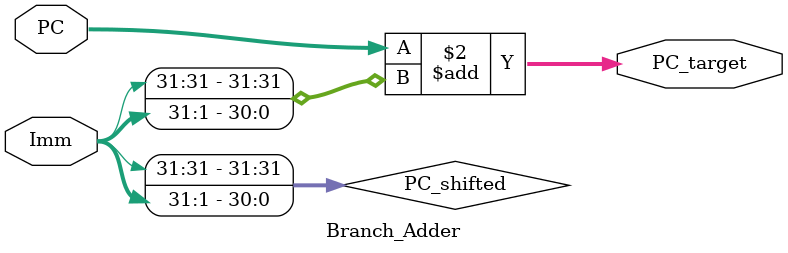
<source format=v>
module Branch_Adder(
    input [31:0] PC,
    input signed [31:0] Imm,

    output [31:0] PC_target
);

    wire [31:0] PC_shifted;
    assign PC_shifted = Imm >>> 1;
    assign PC_target = PC + PC_shifted;

endmodule
</source>
